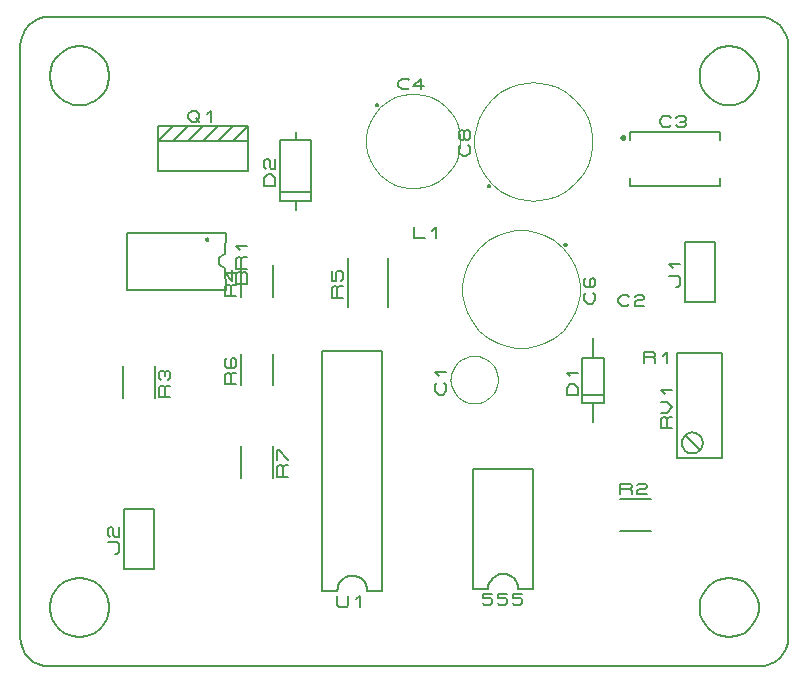
<source format=gbr>
G04 PROTEUS GERBER X2 FILE*
%TF.GenerationSoftware,Labcenter,Proteus,8.7-SP3-Build25561*%
%TF.CreationDate,2020-06-08T17:47:50+00:00*%
%TF.FileFunction,Legend,Top*%
%TF.FilePolarity,Positive*%
%TF.Part,Single*%
%TF.SameCoordinates,{25e8a378-ae3c-4486-9c29-23821959b247}*%
%FSLAX45Y45*%
%MOMM*%
G01*
%TA.AperFunction,Material*%
%ADD72C,0.203200*%
%ADD73C,0.200000*%
%TA.AperFunction,Profile*%
%ADD29C,0.203200*%
%TA.AperFunction,Material*%
%ADD30C,0.120000*%
%ADD31C,0.250000*%
%TD.AperFunction*%
D72*
X-5627000Y+829000D02*
X-5373000Y+829000D01*
X-5373000Y+1337000D01*
X-5627000Y+1337000D01*
X-5627000Y+829000D01*
X-5698120Y+956000D02*
X-5682880Y+956000D01*
X-5667640Y+971875D01*
X-5667640Y+1035375D01*
X-5682880Y+1051250D01*
X-5759080Y+1051250D01*
X-5743840Y+1098875D02*
X-5759080Y+1114750D01*
X-5759080Y+1162375D01*
X-5743840Y+1178250D01*
X-5728600Y+1178250D01*
X-5713360Y+1162375D01*
X-5713360Y+1114750D01*
X-5698120Y+1098875D01*
X-5667640Y+1098875D01*
X-5667640Y+1178250D01*
D73*
X-5635000Y+2545000D02*
X-5635000Y+2275000D01*
X-5365000Y+2545000D02*
X-5365000Y+2275000D01*
D72*
X-5233080Y+2283000D02*
X-5324520Y+2283000D01*
X-5324520Y+2362375D01*
X-5309280Y+2378250D01*
X-5294040Y+2378250D01*
X-5278800Y+2362375D01*
X-5278800Y+2283000D01*
X-5278800Y+2362375D02*
X-5263560Y+2378250D01*
X-5233080Y+2378250D01*
X-5309280Y+2425875D02*
X-5324520Y+2441750D01*
X-5324520Y+2489375D01*
X-5309280Y+2505250D01*
X-5294040Y+2505250D01*
X-5278800Y+2489375D01*
X-5263560Y+2505250D01*
X-5248320Y+2505250D01*
X-5233080Y+2489375D01*
X-5233080Y+2441750D01*
X-5248320Y+2425875D01*
X-5278800Y+2457625D02*
X-5278800Y+2489375D01*
X-877000Y+3083000D02*
X-623000Y+3083000D01*
X-623000Y+3591000D01*
X-877000Y+3591000D01*
X-877000Y+3083000D01*
X-948120Y+3214000D02*
X-932880Y+3214000D01*
X-917640Y+3229875D01*
X-917640Y+3293375D01*
X-932880Y+3309250D01*
X-1009080Y+3309250D01*
X-978600Y+3372750D02*
X-1009080Y+3404500D01*
X-917640Y+3404500D01*
X-940500Y+1765500D02*
X-559500Y+1765500D01*
X-559500Y+2654500D01*
X-940500Y+2654500D01*
X-940500Y+1765500D01*
X-724600Y+1892500D02*
X-724902Y+1899822D01*
X-727357Y+1914467D01*
X-732489Y+1929112D01*
X-740864Y+1943757D01*
X-753678Y+1958261D01*
X-768323Y+1969065D01*
X-782968Y+1975993D01*
X-797613Y+1979969D01*
X-812258Y+1981391D01*
X-813500Y+1981400D01*
X-902400Y+1892500D02*
X-902098Y+1899822D01*
X-899643Y+1914467D01*
X-894511Y+1929112D01*
X-886136Y+1943757D01*
X-873322Y+1958261D01*
X-858677Y+1969065D01*
X-844032Y+1975993D01*
X-829387Y+1979969D01*
X-814742Y+1981391D01*
X-813500Y+1981400D01*
X-902400Y+1892500D02*
X-902098Y+1885178D01*
X-899643Y+1870533D01*
X-894511Y+1855888D01*
X-886136Y+1841243D01*
X-873322Y+1826739D01*
X-858677Y+1815935D01*
X-844032Y+1809007D01*
X-829387Y+1805031D01*
X-814742Y+1803609D01*
X-813500Y+1803600D01*
X-724600Y+1892500D02*
X-724902Y+1885178D01*
X-727357Y+1870533D01*
X-732489Y+1855888D01*
X-740864Y+1841243D01*
X-753678Y+1826739D01*
X-768323Y+1815935D01*
X-782968Y+1809007D01*
X-797613Y+1805031D01*
X-812258Y+1803609D01*
X-813500Y+1803600D01*
X-750000Y+1829000D02*
X-877000Y+1956000D01*
X-981140Y+2019500D02*
X-1072580Y+2019500D01*
X-1072580Y+2098875D01*
X-1057340Y+2114750D01*
X-1042100Y+2114750D01*
X-1026860Y+2098875D01*
X-1026860Y+2019500D01*
X-1026860Y+2098875D02*
X-1011620Y+2114750D01*
X-981140Y+2114750D01*
X-1072580Y+2146500D02*
X-1026860Y+2146500D01*
X-981140Y+2194125D01*
X-1026860Y+2241750D01*
X-1072580Y+2241750D01*
X-1042100Y+2305250D02*
X-1072580Y+2337000D01*
X-981140Y+2337000D01*
D29*
X-6500000Y+250000D02*
X-6495026Y+198883D01*
X-6480713Y+151611D01*
X-6457977Y+109100D01*
X-6427734Y+72266D01*
X-6390900Y+42023D01*
X-6348389Y+19287D01*
X-6301117Y+4974D01*
X-6250000Y+0D01*
X-6500000Y+5250000D02*
X-6495026Y+5301117D01*
X-6480713Y+5348389D01*
X-6457977Y+5390900D01*
X-6427734Y+5427734D01*
X-6390900Y+5457977D01*
X-6348389Y+5480713D01*
X-6301117Y+5495026D01*
X-6250000Y+5500000D01*
X-250000Y+5500000D02*
X-198883Y+5495026D01*
X-151611Y+5480713D01*
X-109100Y+5457977D01*
X-72266Y+5427734D01*
X-42023Y+5390900D01*
X-19287Y+5348389D01*
X-4974Y+5301117D01*
X+0Y+5250000D01*
X-250000Y+0D02*
X-198883Y+4974D01*
X-151611Y+19287D01*
X-109100Y+42023D01*
X-72266Y+72266D01*
X-42023Y+109100D01*
X-19287Y+151611D01*
X-4974Y+198883D01*
X+0Y+250000D01*
X-5750000Y+5000000D02*
X-5750815Y+5020171D01*
X-5757434Y+5060514D01*
X-5771247Y+5100857D01*
X-5793693Y+5141200D01*
X-5827990Y+5181418D01*
X-5868333Y+5212518D01*
X-5908676Y+5232723D01*
X-5949019Y+5244747D01*
X-5989362Y+5249774D01*
X-6000000Y+5250000D01*
X-6250000Y+5000000D02*
X-6249185Y+5020171D01*
X-6242566Y+5060514D01*
X-6228753Y+5100857D01*
X-6206307Y+5141200D01*
X-6172010Y+5181418D01*
X-6131667Y+5212518D01*
X-6091324Y+5232723D01*
X-6050981Y+5244747D01*
X-6010638Y+5249774D01*
X-6000000Y+5250000D01*
X-6250000Y+5000000D02*
X-6249185Y+4979829D01*
X-6242566Y+4939486D01*
X-6228753Y+4899143D01*
X-6206307Y+4858800D01*
X-6172010Y+4818582D01*
X-6131667Y+4787482D01*
X-6091324Y+4767277D01*
X-6050981Y+4755253D01*
X-6010638Y+4750226D01*
X-6000000Y+4750000D01*
X-5750000Y+5000000D02*
X-5750815Y+4979829D01*
X-5757434Y+4939486D01*
X-5771247Y+4899143D01*
X-5793693Y+4858800D01*
X-5827990Y+4818582D01*
X-5868333Y+4787482D01*
X-5908676Y+4767277D01*
X-5949019Y+4755253D01*
X-5989362Y+4750226D01*
X-6000000Y+4750000D01*
X-250000Y+5000000D02*
X-250815Y+5020171D01*
X-257434Y+5060514D01*
X-271247Y+5100857D01*
X-293693Y+5141200D01*
X-327990Y+5181418D01*
X-368333Y+5212518D01*
X-408676Y+5232723D01*
X-449019Y+5244747D01*
X-489362Y+5249774D01*
X-500000Y+5250000D01*
X-750000Y+5000000D02*
X-749185Y+5020171D01*
X-742566Y+5060514D01*
X-728753Y+5100857D01*
X-706307Y+5141200D01*
X-672010Y+5181418D01*
X-631667Y+5212518D01*
X-591324Y+5232723D01*
X-550981Y+5244747D01*
X-510638Y+5249774D01*
X-500000Y+5250000D01*
X-750000Y+5000000D02*
X-749185Y+4979829D01*
X-742566Y+4939486D01*
X-728753Y+4899143D01*
X-706307Y+4858800D01*
X-672010Y+4818582D01*
X-631667Y+4787482D01*
X-591324Y+4767277D01*
X-550981Y+4755253D01*
X-510638Y+4750226D01*
X-500000Y+4750000D01*
X-250000Y+5000000D02*
X-250815Y+4979829D01*
X-257434Y+4939486D01*
X-271247Y+4899143D01*
X-293693Y+4858800D01*
X-327990Y+4818582D01*
X-368333Y+4787482D01*
X-408676Y+4767277D01*
X-449019Y+4755253D01*
X-489362Y+4750226D01*
X-500000Y+4750000D01*
X-250000Y+500000D02*
X-250815Y+520171D01*
X-257434Y+560514D01*
X-271247Y+600857D01*
X-293693Y+641200D01*
X-327990Y+681418D01*
X-368333Y+712518D01*
X-408676Y+732723D01*
X-449019Y+744747D01*
X-489362Y+749774D01*
X-500000Y+750000D01*
X-750000Y+500000D02*
X-749185Y+520171D01*
X-742566Y+560514D01*
X-728753Y+600857D01*
X-706307Y+641200D01*
X-672010Y+681418D01*
X-631667Y+712518D01*
X-591324Y+732723D01*
X-550981Y+744747D01*
X-510638Y+749774D01*
X-500000Y+750000D01*
X-750000Y+500000D02*
X-749185Y+479829D01*
X-742566Y+439486D01*
X-728753Y+399143D01*
X-706307Y+358800D01*
X-672010Y+318582D01*
X-631667Y+287482D01*
X-591324Y+267277D01*
X-550981Y+255253D01*
X-510638Y+250226D01*
X-500000Y+250000D01*
X-250000Y+500000D02*
X-250815Y+479829D01*
X-257434Y+439486D01*
X-271247Y+399143D01*
X-293693Y+358800D01*
X-327990Y+318582D01*
X-368333Y+287482D01*
X-408676Y+267277D01*
X-449019Y+255253D01*
X-489362Y+250226D01*
X-500000Y+250000D01*
X-5750000Y+500000D02*
X-5750815Y+520171D01*
X-5757434Y+560514D01*
X-5771247Y+600857D01*
X-5793693Y+641200D01*
X-5827990Y+681418D01*
X-5868333Y+712518D01*
X-5908676Y+732723D01*
X-5949019Y+744747D01*
X-5989362Y+749774D01*
X-6000000Y+750000D01*
X-6250000Y+500000D02*
X-6249185Y+520171D01*
X-6242566Y+560514D01*
X-6228753Y+600857D01*
X-6206307Y+641200D01*
X-6172010Y+681418D01*
X-6131667Y+712518D01*
X-6091324Y+732723D01*
X-6050981Y+744747D01*
X-6010638Y+749774D01*
X-6000000Y+750000D01*
X-6250000Y+500000D02*
X-6249185Y+479829D01*
X-6242566Y+439486D01*
X-6228753Y+399143D01*
X-6206307Y+358800D01*
X-6172010Y+318582D01*
X-6131667Y+287482D01*
X-6091324Y+267277D01*
X-6050981Y+255253D01*
X-6010638Y+250226D01*
X-6000000Y+250000D01*
X-5750000Y+500000D02*
X-5750815Y+479829D01*
X-5757434Y+439486D01*
X-5771247Y+399143D01*
X-5793693Y+358800D01*
X-5827990Y+318582D01*
X-5868333Y+287482D01*
X-5908676Y+267277D01*
X-5949019Y+255253D01*
X-5989362Y+250226D01*
X-6000000Y+250000D01*
X-6500000Y+250000D02*
X-6500000Y+5250000D01*
X-6250000Y+5500000D02*
X-250000Y+5500000D01*
X+0Y+5250000D02*
X+0Y+250000D01*
X-250000Y+0D02*
X-6250000Y+0D01*
D72*
X-3437000Y+639000D02*
X-3564000Y+639000D01*
X-3691000Y+766000D02*
X-3716876Y+763564D01*
X-3740848Y+756515D01*
X-3762438Y+745238D01*
X-3781170Y+730122D01*
X-3796569Y+711554D01*
X-3808158Y+689919D01*
X-3815460Y+665606D01*
X-3818000Y+639000D01*
X-3691000Y+766000D02*
X-3664394Y+763564D01*
X-3640081Y+756515D01*
X-3618446Y+745238D01*
X-3599878Y+730122D01*
X-3584762Y+711554D01*
X-3573485Y+689919D01*
X-3566436Y+665606D01*
X-3564000Y+639000D01*
X-3818000Y+639000D02*
X-3945000Y+639000D01*
X-3437000Y+2671000D02*
X-3945000Y+2671000D01*
X-3437000Y+639000D02*
X-3437000Y+2671000D01*
X-3945000Y+2671000D02*
X-3945000Y+639000D01*
X-3818000Y+598360D02*
X-3818000Y+522160D01*
X-3802125Y+506920D01*
X-3738625Y+506920D01*
X-3722750Y+522160D01*
X-3722750Y+598360D01*
X-3659250Y+567880D02*
X-3627500Y+598360D01*
X-3627500Y+506920D01*
D30*
X-1762000Y+3195000D02*
X-1763531Y+3234100D01*
X-1775954Y+3312301D01*
X-1801806Y+3390502D01*
X-1843566Y+3468703D01*
X-1906805Y+3546904D01*
X-1984998Y+3611257D01*
X-2063199Y+3653779D01*
X-2141400Y+3680238D01*
X-2219601Y+3693199D01*
X-2262000Y+3695000D01*
X-2762000Y+3195000D02*
X-2760469Y+3234100D01*
X-2748046Y+3312301D01*
X-2722194Y+3390502D01*
X-2680434Y+3468703D01*
X-2617195Y+3546904D01*
X-2539002Y+3611257D01*
X-2460801Y+3653779D01*
X-2382600Y+3680238D01*
X-2304399Y+3693199D01*
X-2262000Y+3695000D01*
X-2762000Y+3195000D02*
X-2760469Y+3155900D01*
X-2748046Y+3077699D01*
X-2722194Y+2999498D01*
X-2680434Y+2921297D01*
X-2617195Y+2843096D01*
X-2539002Y+2778743D01*
X-2460801Y+2736221D01*
X-2382600Y+2709762D01*
X-2304399Y+2696801D01*
X-2262000Y+2695000D01*
X-1762000Y+3195000D02*
X-1763531Y+3155900D01*
X-1775954Y+3077699D01*
X-1801806Y+2999498D01*
X-1843566Y+2921297D01*
X-1906805Y+2843096D01*
X-1984998Y+2778743D01*
X-2063199Y+2736221D01*
X-2141400Y+2709762D01*
X-2219601Y+2696801D01*
X-2262000Y+2695000D01*
D73*
X-1876000Y+3571000D02*
X-1876035Y+3571831D01*
X-1876316Y+3573495D01*
X-1876906Y+3575159D01*
X-1877870Y+3576823D01*
X-1879345Y+3578464D01*
X-1881009Y+3579665D01*
X-1882673Y+3580430D01*
X-1884337Y+3580861D01*
X-1886000Y+3581000D01*
X-1896000Y+3571000D02*
X-1895965Y+3571831D01*
X-1895684Y+3573495D01*
X-1895094Y+3575159D01*
X-1894130Y+3576823D01*
X-1892655Y+3578464D01*
X-1890991Y+3579665D01*
X-1889327Y+3580430D01*
X-1887663Y+3580861D01*
X-1886000Y+3581000D01*
X-1896000Y+3571000D02*
X-1895965Y+3570169D01*
X-1895684Y+3568505D01*
X-1895094Y+3566841D01*
X-1894130Y+3565177D01*
X-1892655Y+3563536D01*
X-1890991Y+3562335D01*
X-1889327Y+3561570D01*
X-1887663Y+3561139D01*
X-1886000Y+3561000D01*
X-1876000Y+3571000D02*
X-1876035Y+3570169D01*
X-1876316Y+3568505D01*
X-1876906Y+3566841D01*
X-1877870Y+3565177D01*
X-1879345Y+3563536D01*
X-1881009Y+3562335D01*
X-1882673Y+3561570D01*
X-1884337Y+3561139D01*
X-1886000Y+3561000D01*
D72*
X-1649320Y+3163250D02*
X-1634080Y+3147375D01*
X-1634080Y+3099750D01*
X-1664560Y+3068000D01*
X-1695040Y+3068000D01*
X-1725520Y+3099750D01*
X-1725520Y+3147375D01*
X-1710280Y+3163250D01*
X-1710280Y+3290250D02*
X-1725520Y+3274375D01*
X-1725520Y+3226750D01*
X-1710280Y+3210875D01*
X-1649320Y+3210875D01*
X-1634080Y+3226750D01*
X-1634080Y+3274375D01*
X-1649320Y+3290250D01*
X-1664560Y+3290250D01*
X-1679800Y+3274375D01*
X-1679800Y+3210875D01*
D30*
X-1659000Y+4445000D02*
X-1660531Y+4484100D01*
X-1672954Y+4562301D01*
X-1698806Y+4640502D01*
X-1740566Y+4718703D01*
X-1803805Y+4796904D01*
X-1881998Y+4861257D01*
X-1960199Y+4903779D01*
X-2038400Y+4930238D01*
X-2116601Y+4943199D01*
X-2159000Y+4945000D01*
X-2659000Y+4445000D02*
X-2657469Y+4484100D01*
X-2645046Y+4562301D01*
X-2619194Y+4640502D01*
X-2577434Y+4718703D01*
X-2514195Y+4796904D01*
X-2436002Y+4861257D01*
X-2357801Y+4903779D01*
X-2279600Y+4930238D01*
X-2201399Y+4943199D01*
X-2159000Y+4945000D01*
X-2659000Y+4445000D02*
X-2657469Y+4405900D01*
X-2645046Y+4327699D01*
X-2619194Y+4249498D01*
X-2577434Y+4171297D01*
X-2514195Y+4093096D01*
X-2436002Y+4028743D01*
X-2357801Y+3986221D01*
X-2279600Y+3959762D01*
X-2201399Y+3946801D01*
X-2159000Y+3945000D01*
X-1659000Y+4445000D02*
X-1660531Y+4405900D01*
X-1672954Y+4327699D01*
X-1698806Y+4249498D01*
X-1740566Y+4171297D01*
X-1803805Y+4093096D01*
X-1881998Y+4028743D01*
X-1960199Y+3986221D01*
X-2038400Y+3959762D01*
X-2116601Y+3946801D01*
X-2159000Y+3945000D01*
D73*
X-2525000Y+4069000D02*
X-2525035Y+4069831D01*
X-2525316Y+4071495D01*
X-2525906Y+4073159D01*
X-2526870Y+4074823D01*
X-2528345Y+4076464D01*
X-2530009Y+4077665D01*
X-2531673Y+4078430D01*
X-2533337Y+4078861D01*
X-2535000Y+4079000D01*
X-2545000Y+4069000D02*
X-2544965Y+4069831D01*
X-2544684Y+4071495D01*
X-2544094Y+4073159D01*
X-2543130Y+4074823D01*
X-2541655Y+4076464D01*
X-2539991Y+4077665D01*
X-2538327Y+4078430D01*
X-2536663Y+4078861D01*
X-2535000Y+4079000D01*
X-2545000Y+4069000D02*
X-2544965Y+4068169D01*
X-2544684Y+4066505D01*
X-2544094Y+4064841D01*
X-2543130Y+4063177D01*
X-2541655Y+4061536D01*
X-2539991Y+4060335D01*
X-2538327Y+4059570D01*
X-2536663Y+4059139D01*
X-2535000Y+4059000D01*
X-2525000Y+4069000D02*
X-2525035Y+4068169D01*
X-2525316Y+4066505D01*
X-2525906Y+4064841D01*
X-2526870Y+4063177D01*
X-2528345Y+4061536D01*
X-2530009Y+4060335D01*
X-2531673Y+4059570D01*
X-2533337Y+4059139D01*
X-2535000Y+4059000D01*
D72*
X-2710720Y+4413250D02*
X-2695480Y+4397375D01*
X-2695480Y+4349750D01*
X-2725960Y+4318000D01*
X-2756440Y+4318000D01*
X-2786920Y+4349750D01*
X-2786920Y+4397375D01*
X-2771680Y+4413250D01*
X-2741200Y+4476750D02*
X-2756440Y+4460875D01*
X-2771680Y+4460875D01*
X-2786920Y+4476750D01*
X-2786920Y+4524375D01*
X-2771680Y+4540250D01*
X-2756440Y+4540250D01*
X-2741200Y+4524375D01*
X-2741200Y+4476750D01*
X-2725960Y+4460875D01*
X-2710720Y+4460875D01*
X-2695480Y+4476750D01*
X-2695480Y+4524375D01*
X-2710720Y+4540250D01*
X-2725960Y+4540250D01*
X-2741200Y+4524375D01*
D30*
X-2775000Y+4449000D02*
X-2776256Y+4480670D01*
X-2786448Y+4544011D01*
X-2807679Y+4607352D01*
X-2842055Y+4670693D01*
X-2894349Y+4734018D01*
X-2957690Y+4784822D01*
X-3021031Y+4818180D01*
X-3084372Y+4838598D01*
X-3147713Y+4848068D01*
X-3175000Y+4849000D01*
X-3575000Y+4449000D02*
X-3573744Y+4480670D01*
X-3563552Y+4544011D01*
X-3542321Y+4607352D01*
X-3507945Y+4670693D01*
X-3455651Y+4734018D01*
X-3392310Y+4784822D01*
X-3328969Y+4818180D01*
X-3265628Y+4838598D01*
X-3202287Y+4848068D01*
X-3175000Y+4849000D01*
X-3575000Y+4449000D02*
X-3573744Y+4417330D01*
X-3563552Y+4353989D01*
X-3542321Y+4290648D01*
X-3507945Y+4227307D01*
X-3455651Y+4163982D01*
X-3392310Y+4113178D01*
X-3328969Y+4079820D01*
X-3265628Y+4059402D01*
X-3202287Y+4049932D01*
X-3175000Y+4049000D01*
X-2775000Y+4449000D02*
X-2776256Y+4417330D01*
X-2786448Y+4353989D01*
X-2807679Y+4290648D01*
X-2842055Y+4227307D01*
X-2894349Y+4163982D01*
X-2957690Y+4113178D01*
X-3021031Y+4079820D01*
X-3084372Y+4059402D01*
X-3147713Y+4049932D01*
X-3175000Y+4049000D01*
D73*
X-3470000Y+4754000D02*
X-3470035Y+4754831D01*
X-3470316Y+4756495D01*
X-3470906Y+4758159D01*
X-3471870Y+4759823D01*
X-3473345Y+4761464D01*
X-3475009Y+4762665D01*
X-3476673Y+4763430D01*
X-3478337Y+4763861D01*
X-3480000Y+4764000D01*
X-3490000Y+4754000D02*
X-3489965Y+4754831D01*
X-3489684Y+4756495D01*
X-3489094Y+4758159D01*
X-3488130Y+4759823D01*
X-3486655Y+4761464D01*
X-3484991Y+4762665D01*
X-3483327Y+4763430D01*
X-3481663Y+4763861D01*
X-3480000Y+4764000D01*
X-3490000Y+4754000D02*
X-3489965Y+4753169D01*
X-3489684Y+4751505D01*
X-3489094Y+4749841D01*
X-3488130Y+4748177D01*
X-3486655Y+4746536D01*
X-3484991Y+4745335D01*
X-3483327Y+4744570D01*
X-3481663Y+4744139D01*
X-3480000Y+4744000D01*
X-3470000Y+4754000D02*
X-3470035Y+4753169D01*
X-3470316Y+4751505D01*
X-3470906Y+4749841D01*
X-3471870Y+4748177D01*
X-3473345Y+4746536D01*
X-3475009Y+4745335D01*
X-3476673Y+4744570D01*
X-3478337Y+4744139D01*
X-3480000Y+4744000D01*
D72*
X-3206750Y+4900720D02*
X-3222625Y+4885480D01*
X-3270250Y+4885480D01*
X-3302000Y+4915960D01*
X-3302000Y+4946440D01*
X-3270250Y+4976920D01*
X-3222625Y+4976920D01*
X-3206750Y+4961680D01*
X-3079750Y+4915960D02*
X-3175000Y+4915960D01*
X-3111500Y+4976920D01*
X-3111500Y+4885480D01*
X-2540000Y+655000D02*
X-2667000Y+655000D01*
X-2667000Y+1671000D01*
X-2159000Y+1671000D01*
X-2159000Y+655000D01*
X-2286000Y+655000D01*
X-2413000Y+782000D02*
X-2438876Y+779564D01*
X-2462848Y+772515D01*
X-2484438Y+761238D01*
X-2503170Y+746122D01*
X-2518569Y+727554D01*
X-2530158Y+705919D01*
X-2537460Y+681606D01*
X-2540000Y+655000D01*
X-2413000Y+782000D02*
X-2386394Y+779564D01*
X-2362081Y+772515D01*
X-2340446Y+761238D01*
X-2321878Y+746122D01*
X-2306762Y+727554D01*
X-2295485Y+705919D01*
X-2288436Y+681606D01*
X-2286000Y+655000D01*
X-2508250Y+614360D02*
X-2587625Y+614360D01*
X-2587625Y+583880D01*
X-2524125Y+583880D01*
X-2508250Y+568640D01*
X-2508250Y+538160D01*
X-2524125Y+522920D01*
X-2571750Y+522920D01*
X-2587625Y+538160D01*
X-2381250Y+614360D02*
X-2460625Y+614360D01*
X-2460625Y+583880D01*
X-2397125Y+583880D01*
X-2381250Y+568640D01*
X-2381250Y+538160D01*
X-2397125Y+522920D01*
X-2444750Y+522920D01*
X-2460625Y+538160D01*
X-2254250Y+614360D02*
X-2333625Y+614360D01*
X-2333625Y+583880D01*
X-2270125Y+583880D01*
X-2254250Y+568640D01*
X-2254250Y+538160D01*
X-2270125Y+522920D01*
X-2317750Y+522920D01*
X-2333625Y+538160D01*
X-4763900Y+3674300D02*
X-4764700Y+3490500D01*
X-4787330Y+3486064D01*
X-4805579Y+3473879D01*
X-4817764Y+3455629D01*
X-4822200Y+3433000D01*
X-4764700Y+3375500D02*
X-4787330Y+3379936D01*
X-4805579Y+3392121D01*
X-4817764Y+3410371D01*
X-4822200Y+3433000D01*
X-4764700Y+3375500D02*
X-4763900Y+3191700D01*
X-4909600Y+3615300D02*
X-4909635Y+3616131D01*
X-4909916Y+3617795D01*
X-4910506Y+3619459D01*
X-4911470Y+3621123D01*
X-4912945Y+3622764D01*
X-4914609Y+3623965D01*
X-4916273Y+3624730D01*
X-4917937Y+3625161D01*
X-4919600Y+3625300D01*
X-4929600Y+3615300D02*
X-4929565Y+3616131D01*
X-4929284Y+3617795D01*
X-4928694Y+3619459D01*
X-4927730Y+3621123D01*
X-4926255Y+3622764D01*
X-4924591Y+3623965D01*
X-4922927Y+3624730D01*
X-4921263Y+3625161D01*
X-4919600Y+3625300D01*
X-4929600Y+3615300D02*
X-4929565Y+3614469D01*
X-4929284Y+3612805D01*
X-4928694Y+3611141D01*
X-4927730Y+3609477D01*
X-4926255Y+3607836D01*
X-4924591Y+3606635D01*
X-4922927Y+3605870D01*
X-4921263Y+3605439D01*
X-4919600Y+3605300D01*
X-4909600Y+3615300D02*
X-4909635Y+3614469D01*
X-4909916Y+3612805D01*
X-4910506Y+3611141D01*
X-4911470Y+3609477D01*
X-4912945Y+3607836D01*
X-4914609Y+3606635D01*
X-4916273Y+3605870D01*
X-4917937Y+3605439D01*
X-4919600Y+3605300D01*
X-4763900Y+3191700D02*
X-5602100Y+3191700D01*
X-5602100Y+3674300D01*
X-4763900Y+3674300D01*
X-4583280Y+3242500D02*
X-4674720Y+3242500D01*
X-4674720Y+3321875D01*
X-4659480Y+3337750D01*
X-4644240Y+3337750D01*
X-4629000Y+3321875D01*
X-4613760Y+3337750D01*
X-4598520Y+3337750D01*
X-4583280Y+3321875D01*
X-4583280Y+3242500D01*
X-4629000Y+3242500D02*
X-4629000Y+3321875D01*
X-4583280Y+3369500D02*
X-4674720Y+3369500D01*
X-4674720Y+3448875D01*
X-4659480Y+3464750D01*
X-4644240Y+3464750D01*
X-4629000Y+3448875D01*
X-4629000Y+3369500D01*
X-4629000Y+3448875D02*
X-4613760Y+3464750D01*
X-4583280Y+3464750D01*
X-4644240Y+3528250D02*
X-4674720Y+3560000D01*
X-4583280Y+3560000D01*
X-1742440Y+2234500D02*
X-1559560Y+2234500D01*
X-1559560Y+2615500D01*
X-1742440Y+2615500D01*
X-1742440Y+2234500D01*
X-1739900Y+2298000D02*
X-1562100Y+2298000D01*
X-1651000Y+2615500D02*
X-1651000Y+2780600D01*
X-1651000Y+2234500D02*
X-1651000Y+2069400D01*
X-1783080Y+2298000D02*
X-1874520Y+2298000D01*
X-1874520Y+2361500D01*
X-1844040Y+2393250D01*
X-1813560Y+2393250D01*
X-1783080Y+2361500D01*
X-1783080Y+2298000D01*
X-1844040Y+2456750D02*
X-1874520Y+2488500D01*
X-1783080Y+2488500D01*
D30*
X-2459000Y+2429000D02*
X-2459660Y+2445239D01*
X-2465025Y+2477719D01*
X-2476225Y+2510199D01*
X-2494449Y+2542679D01*
X-2522316Y+2575005D01*
X-2554796Y+2599709D01*
X-2587276Y+2615697D01*
X-2619756Y+2625112D01*
X-2652236Y+2628886D01*
X-2659000Y+2629000D01*
X-2859000Y+2429000D02*
X-2858340Y+2445239D01*
X-2852975Y+2477719D01*
X-2841775Y+2510199D01*
X-2823551Y+2542679D01*
X-2795684Y+2575005D01*
X-2763204Y+2599709D01*
X-2730724Y+2615697D01*
X-2698244Y+2625112D01*
X-2665764Y+2628886D01*
X-2659000Y+2629000D01*
X-2859000Y+2429000D02*
X-2858340Y+2412761D01*
X-2852975Y+2380281D01*
X-2841775Y+2347801D01*
X-2823551Y+2315321D01*
X-2795684Y+2282995D01*
X-2763204Y+2258291D01*
X-2730724Y+2242303D01*
X-2698244Y+2232888D01*
X-2665764Y+2229114D01*
X-2659000Y+2229000D01*
X-2459000Y+2429000D02*
X-2459660Y+2412761D01*
X-2465025Y+2380281D01*
X-2476225Y+2347801D01*
X-2494449Y+2315321D01*
X-2522316Y+2282995D01*
X-2554796Y+2258291D01*
X-2587276Y+2242303D01*
X-2619756Y+2232888D01*
X-2652236Y+2229114D01*
X-2659000Y+2229000D01*
D72*
X-2910720Y+2397250D02*
X-2895480Y+2381375D01*
X-2895480Y+2333750D01*
X-2925960Y+2302000D01*
X-2956440Y+2302000D01*
X-2986920Y+2333750D01*
X-2986920Y+2381375D01*
X-2971680Y+2397250D01*
X-2956440Y+2460750D02*
X-2986920Y+2492500D01*
X-2895480Y+2492500D01*
D31*
X-1388500Y+4478000D02*
X-1388543Y+4479039D01*
X-1388895Y+4481118D01*
X-1389632Y+4483197D01*
X-1390836Y+4485276D01*
X-1392677Y+4487326D01*
X-1394756Y+4488829D01*
X-1396835Y+4489786D01*
X-1398914Y+4490325D01*
X-1400993Y+4490500D01*
X-1401000Y+4490500D01*
X-1413500Y+4478000D02*
X-1413457Y+4479039D01*
X-1413105Y+4481118D01*
X-1412368Y+4483197D01*
X-1411164Y+4485276D01*
X-1409323Y+4487326D01*
X-1407244Y+4488829D01*
X-1405165Y+4489786D01*
X-1403086Y+4490325D01*
X-1401007Y+4490500D01*
X-1401000Y+4490500D01*
X-1413500Y+4478000D02*
X-1413457Y+4476961D01*
X-1413105Y+4474882D01*
X-1412368Y+4472803D01*
X-1411164Y+4470724D01*
X-1409323Y+4468674D01*
X-1407244Y+4467171D01*
X-1405165Y+4466214D01*
X-1403086Y+4465675D01*
X-1401007Y+4465500D01*
X-1401000Y+4465500D01*
X-1388500Y+4478000D02*
X-1388543Y+4476961D01*
X-1388895Y+4474882D01*
X-1389632Y+4472803D01*
X-1390836Y+4470724D01*
X-1392677Y+4468674D01*
X-1394756Y+4467171D01*
X-1396835Y+4466214D01*
X-1398914Y+4465675D01*
X-1400993Y+4465500D01*
X-1401000Y+4465500D01*
D73*
X-1336000Y+4460500D02*
X-1336000Y+4528000D01*
X-576000Y+4528000D01*
X-576000Y+4460500D01*
X-1336000Y+4135500D02*
X-1336000Y+4068000D01*
X-576000Y+4068000D01*
X-576000Y+4135500D01*
D72*
X-994000Y+4583720D02*
X-1009875Y+4568480D01*
X-1057500Y+4568480D01*
X-1089250Y+4598960D01*
X-1089250Y+4629440D01*
X-1057500Y+4659920D01*
X-1009875Y+4659920D01*
X-994000Y+4644680D01*
X-946375Y+4644680D02*
X-930500Y+4659920D01*
X-882875Y+4659920D01*
X-867000Y+4644680D01*
X-867000Y+4629440D01*
X-882875Y+4614200D01*
X-867000Y+4598960D01*
X-867000Y+4583720D01*
X-882875Y+4568480D01*
X-930500Y+4568480D01*
X-946375Y+4583720D01*
X-914625Y+4614200D02*
X-882875Y+4614200D01*
D73*
X-3390000Y+3045000D02*
X-3390000Y+3455000D01*
X-3730000Y+3045000D02*
X-3730000Y+3455000D01*
D72*
X-3770480Y+3123000D02*
X-3861920Y+3123000D01*
X-3861920Y+3202375D01*
X-3846680Y+3218250D01*
X-3831440Y+3218250D01*
X-3816200Y+3202375D01*
X-3816200Y+3123000D01*
X-3816200Y+3202375D02*
X-3800960Y+3218250D01*
X-3770480Y+3218250D01*
X-3861920Y+3345250D02*
X-3861920Y+3265875D01*
X-3831440Y+3265875D01*
X-3831440Y+3329375D01*
X-3816200Y+3345250D01*
X-3785720Y+3345250D01*
X-3770480Y+3329375D01*
X-3770480Y+3281750D01*
X-3785720Y+3265875D01*
X-4304620Y+3939920D02*
X-4037920Y+3939920D01*
X-4037920Y+4458080D01*
X-4304620Y+4458080D01*
X-4304620Y+3939920D01*
X-4302080Y+4021200D02*
X-4040460Y+4021200D01*
X-4170000Y+3868800D02*
X-4170000Y+3939920D01*
X-4170000Y+4458080D02*
X-4170000Y+4529200D01*
X-4345260Y+4072000D02*
X-4436700Y+4072000D01*
X-4436700Y+4135500D01*
X-4406220Y+4167250D01*
X-4375740Y+4167250D01*
X-4345260Y+4135500D01*
X-4345260Y+4072000D01*
X-4421460Y+4214875D02*
X-4436700Y+4230750D01*
X-4436700Y+4278375D01*
X-4421460Y+4294250D01*
X-4406220Y+4294250D01*
X-4390980Y+4278375D01*
X-4390980Y+4230750D01*
X-4375740Y+4214875D01*
X-4345260Y+4214875D01*
X-4345260Y+4294250D01*
X-5334000Y+4191000D02*
X-4572000Y+4191000D01*
X-4572000Y+4445000D01*
X-5334000Y+4445000D01*
X-5334000Y+4191000D01*
X-5334000Y+4445000D02*
X-5334000Y+4572000D01*
X-4572000Y+4572000D01*
X-4572000Y+4445000D01*
X-5334000Y+4445000D02*
X-5207000Y+4572000D01*
X-5207000Y+4445000D02*
X-5080000Y+4572000D01*
X-5080000Y+4445000D02*
X-4953000Y+4572000D01*
X-4953000Y+4445000D02*
X-4826000Y+4572000D01*
X-4826000Y+4445000D02*
X-4699000Y+4572000D01*
X-4699000Y+4445000D02*
X-4572000Y+4572000D01*
X-5080000Y+4673600D02*
X-5048250Y+4704080D01*
X-5016500Y+4704080D01*
X-4984750Y+4673600D01*
X-4984750Y+4643120D01*
X-5016500Y+4612640D01*
X-5048250Y+4612640D01*
X-5080000Y+4643120D01*
X-5080000Y+4673600D01*
X-5016500Y+4643120D02*
X-4984750Y+4612640D01*
X-4921250Y+4673600D02*
X-4889500Y+4704080D01*
X-4889500Y+4612640D01*
D73*
X-1428000Y+1147000D02*
X-1158000Y+1147000D01*
X-1428000Y+1417000D02*
X-1158000Y+1417000D01*
D72*
X-1420000Y+1457480D02*
X-1420000Y+1548920D01*
X-1340625Y+1548920D01*
X-1324750Y+1533680D01*
X-1324750Y+1518440D01*
X-1340625Y+1503200D01*
X-1420000Y+1503200D01*
X-1340625Y+1503200D02*
X-1324750Y+1487960D01*
X-1324750Y+1457480D01*
X-1277125Y+1533680D02*
X-1261250Y+1548920D01*
X-1213625Y+1548920D01*
X-1197750Y+1533680D01*
X-1197750Y+1518440D01*
X-1213625Y+1503200D01*
X-1261250Y+1503200D01*
X-1277125Y+1487960D01*
X-1277125Y+1457480D01*
X-1197750Y+1457480D01*
D73*
X-4365000Y+3130000D02*
X-4365000Y+3400000D01*
X-4635000Y+3130000D02*
X-4635000Y+3400000D01*
D72*
X-4675480Y+3138000D02*
X-4766920Y+3138000D01*
X-4766920Y+3217375D01*
X-4751680Y+3233250D01*
X-4736440Y+3233250D01*
X-4721200Y+3217375D01*
X-4721200Y+3138000D01*
X-4721200Y+3217375D02*
X-4705960Y+3233250D01*
X-4675480Y+3233250D01*
X-4705960Y+3360250D02*
X-4705960Y+3265000D01*
X-4766920Y+3328500D01*
X-4675480Y+3328500D01*
X-1220000Y+2570480D02*
X-1220000Y+2661920D01*
X-1140625Y+2661920D01*
X-1124750Y+2646680D01*
X-1124750Y+2631440D01*
X-1140625Y+2616200D01*
X-1220000Y+2616200D01*
X-1140625Y+2616200D02*
X-1124750Y+2600960D01*
X-1124750Y+2570480D01*
X-1061250Y+2631440D02*
X-1029500Y+2661920D01*
X-1029500Y+2570480D01*
X-1346750Y+3068320D02*
X-1362625Y+3053080D01*
X-1410250Y+3053080D01*
X-1442000Y+3083560D01*
X-1442000Y+3114040D01*
X-1410250Y+3144520D01*
X-1362625Y+3144520D01*
X-1346750Y+3129280D01*
X-1299125Y+3129280D02*
X-1283250Y+3144520D01*
X-1235625Y+3144520D01*
X-1219750Y+3129280D01*
X-1219750Y+3114040D01*
X-1235625Y+3098800D01*
X-1283250Y+3098800D01*
X-1299125Y+3083560D01*
X-1299125Y+3053080D01*
X-1219750Y+3053080D01*
X-3172000Y+3719520D02*
X-3172000Y+3628080D01*
X-3076750Y+3628080D01*
X-3013250Y+3689040D02*
X-2981500Y+3719520D01*
X-2981500Y+3628080D01*
D73*
X-4365000Y+2380000D02*
X-4365000Y+2650000D01*
X-4635000Y+2380000D02*
X-4635000Y+2650000D01*
D72*
X-4675480Y+2388000D02*
X-4766920Y+2388000D01*
X-4766920Y+2467375D01*
X-4751680Y+2483250D01*
X-4736440Y+2483250D01*
X-4721200Y+2467375D01*
X-4721200Y+2388000D01*
X-4721200Y+2467375D02*
X-4705960Y+2483250D01*
X-4675480Y+2483250D01*
X-4751680Y+2610250D02*
X-4766920Y+2594375D01*
X-4766920Y+2546750D01*
X-4751680Y+2530875D01*
X-4690720Y+2530875D01*
X-4675480Y+2546750D01*
X-4675480Y+2594375D01*
X-4690720Y+2610250D01*
X-4705960Y+2610250D01*
X-4721200Y+2594375D01*
X-4721200Y+2530875D01*
D73*
X-4635000Y+1870000D02*
X-4635000Y+1600000D01*
X-4365000Y+1870000D02*
X-4365000Y+1600000D01*
D72*
X-4233080Y+1608000D02*
X-4324520Y+1608000D01*
X-4324520Y+1687375D01*
X-4309280Y+1703250D01*
X-4294040Y+1703250D01*
X-4278800Y+1687375D01*
X-4278800Y+1608000D01*
X-4278800Y+1687375D02*
X-4263560Y+1703250D01*
X-4233080Y+1703250D01*
X-4324520Y+1750875D02*
X-4324520Y+1830250D01*
X-4309280Y+1830250D01*
X-4233080Y+1750875D01*
M02*

</source>
